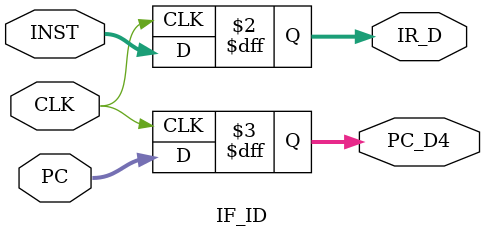
<source format=v>
module IF_ID(INST, PC, IR_D, PC_D4, CLK);

    input CLK;
    input [31:0] INST;
    input [31:0] PC;
    output reg [31:0] IR_D;
    output reg [31:0] PC_D4;

always @(posedge CLK) begin
     IR_D <= INST;
     PC_D4 <= PC;
end



endmodule
</source>
